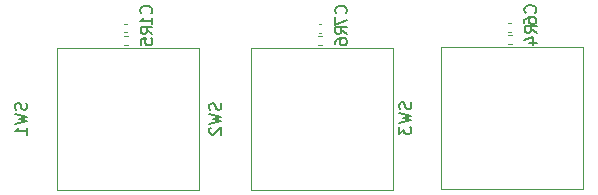
<source format=gbr>
%TF.GenerationSoftware,KiCad,Pcbnew,(6.0.2)*%
%TF.CreationDate,2023-04-03T14:54:34+02:00*%
%TF.ProjectId,IR_lights,49525f6c-6967-4687-9473-2e6b69636164,rev?*%
%TF.SameCoordinates,Original*%
%TF.FileFunction,Legend,Bot*%
%TF.FilePolarity,Positive*%
%FSLAX46Y46*%
G04 Gerber Fmt 4.6, Leading zero omitted, Abs format (unit mm)*
G04 Created by KiCad (PCBNEW (6.0.2)) date 2023-04-03 14:54:34*
%MOMM*%
%LPD*%
G01*
G04 APERTURE LIST*
%ADD10C,0.150000*%
%ADD11C,0.120000*%
G04 APERTURE END LIST*
D10*
%TO.C,C6*%
X177902142Y-93758333D02*
X177949761Y-93710714D01*
X177997380Y-93567857D01*
X177997380Y-93472619D01*
X177949761Y-93329761D01*
X177854523Y-93234523D01*
X177759285Y-93186904D01*
X177568809Y-93139285D01*
X177425952Y-93139285D01*
X177235476Y-93186904D01*
X177140238Y-93234523D01*
X177045000Y-93329761D01*
X176997380Y-93472619D01*
X176997380Y-93567857D01*
X177045000Y-93710714D01*
X177092619Y-93758333D01*
X176997380Y-94615476D02*
X176997380Y-94425000D01*
X177045000Y-94329761D01*
X177092619Y-94282142D01*
X177235476Y-94186904D01*
X177425952Y-94139285D01*
X177806904Y-94139285D01*
X177902142Y-94186904D01*
X177949761Y-94234523D01*
X177997380Y-94329761D01*
X177997380Y-94520238D01*
X177949761Y-94615476D01*
X177902142Y-94663095D01*
X177806904Y-94710714D01*
X177568809Y-94710714D01*
X177473571Y-94663095D01*
X177425952Y-94615476D01*
X177378333Y-94520238D01*
X177378333Y-94329761D01*
X177425952Y-94234523D01*
X177473571Y-94186904D01*
X177568809Y-94139285D01*
%TO.C,C7*%
X161877142Y-93808333D02*
X161924761Y-93760714D01*
X161972380Y-93617857D01*
X161972380Y-93522619D01*
X161924761Y-93379761D01*
X161829523Y-93284523D01*
X161734285Y-93236904D01*
X161543809Y-93189285D01*
X161400952Y-93189285D01*
X161210476Y-93236904D01*
X161115238Y-93284523D01*
X161020000Y-93379761D01*
X160972380Y-93522619D01*
X160972380Y-93617857D01*
X161020000Y-93760714D01*
X161067619Y-93808333D01*
X160972380Y-94141666D02*
X160972380Y-94808333D01*
X161972380Y-94379761D01*
%TO.C,R5*%
X145502380Y-95558333D02*
X145026190Y-95225000D01*
X145502380Y-94986904D02*
X144502380Y-94986904D01*
X144502380Y-95367857D01*
X144550000Y-95463095D01*
X144597619Y-95510714D01*
X144692857Y-95558333D01*
X144835714Y-95558333D01*
X144930952Y-95510714D01*
X144978571Y-95463095D01*
X145026190Y-95367857D01*
X145026190Y-94986904D01*
X144502380Y-96463095D02*
X144502380Y-95986904D01*
X144978571Y-95939285D01*
X144930952Y-95986904D01*
X144883333Y-96082142D01*
X144883333Y-96320238D01*
X144930952Y-96415476D01*
X144978571Y-96463095D01*
X145073809Y-96510714D01*
X145311904Y-96510714D01*
X145407142Y-96463095D01*
X145454761Y-96415476D01*
X145502380Y-96320238D01*
X145502380Y-96082142D01*
X145454761Y-95986904D01*
X145407142Y-95939285D01*
%TO.C,SW1*%
X134829761Y-101416666D02*
X134877380Y-101559523D01*
X134877380Y-101797619D01*
X134829761Y-101892857D01*
X134782142Y-101940476D01*
X134686904Y-101988095D01*
X134591666Y-101988095D01*
X134496428Y-101940476D01*
X134448809Y-101892857D01*
X134401190Y-101797619D01*
X134353571Y-101607142D01*
X134305952Y-101511904D01*
X134258333Y-101464285D01*
X134163095Y-101416666D01*
X134067857Y-101416666D01*
X133972619Y-101464285D01*
X133925000Y-101511904D01*
X133877380Y-101607142D01*
X133877380Y-101845238D01*
X133925000Y-101988095D01*
X133877380Y-102321428D02*
X134877380Y-102559523D01*
X134163095Y-102750000D01*
X134877380Y-102940476D01*
X133877380Y-103178571D01*
X134877380Y-104083333D02*
X134877380Y-103511904D01*
X134877380Y-103797619D02*
X133877380Y-103797619D01*
X134020238Y-103702380D01*
X134115476Y-103607142D01*
X134163095Y-103511904D01*
%TO.C,R4*%
X178022380Y-95483333D02*
X177546190Y-95150000D01*
X178022380Y-94911904D02*
X177022380Y-94911904D01*
X177022380Y-95292857D01*
X177070000Y-95388095D01*
X177117619Y-95435714D01*
X177212857Y-95483333D01*
X177355714Y-95483333D01*
X177450952Y-95435714D01*
X177498571Y-95388095D01*
X177546190Y-95292857D01*
X177546190Y-94911904D01*
X177355714Y-96340476D02*
X178022380Y-96340476D01*
X176974761Y-96102380D02*
X177689047Y-95864285D01*
X177689047Y-96483333D01*
%TO.C,R6*%
X161972380Y-95558333D02*
X161496190Y-95225000D01*
X161972380Y-94986904D02*
X160972380Y-94986904D01*
X160972380Y-95367857D01*
X161020000Y-95463095D01*
X161067619Y-95510714D01*
X161162857Y-95558333D01*
X161305714Y-95558333D01*
X161400952Y-95510714D01*
X161448571Y-95463095D01*
X161496190Y-95367857D01*
X161496190Y-94986904D01*
X160972380Y-96415476D02*
X160972380Y-96225000D01*
X161020000Y-96129761D01*
X161067619Y-96082142D01*
X161210476Y-95986904D01*
X161400952Y-95939285D01*
X161781904Y-95939285D01*
X161877142Y-95986904D01*
X161924761Y-96034523D01*
X161972380Y-96129761D01*
X161972380Y-96320238D01*
X161924761Y-96415476D01*
X161877142Y-96463095D01*
X161781904Y-96510714D01*
X161543809Y-96510714D01*
X161448571Y-96463095D01*
X161400952Y-96415476D01*
X161353333Y-96320238D01*
X161353333Y-96129761D01*
X161400952Y-96034523D01*
X161448571Y-95986904D01*
X161543809Y-95939285D01*
%TO.C,SW3*%
X167354761Y-101366666D02*
X167402380Y-101509523D01*
X167402380Y-101747619D01*
X167354761Y-101842857D01*
X167307142Y-101890476D01*
X167211904Y-101938095D01*
X167116666Y-101938095D01*
X167021428Y-101890476D01*
X166973809Y-101842857D01*
X166926190Y-101747619D01*
X166878571Y-101557142D01*
X166830952Y-101461904D01*
X166783333Y-101414285D01*
X166688095Y-101366666D01*
X166592857Y-101366666D01*
X166497619Y-101414285D01*
X166450000Y-101461904D01*
X166402380Y-101557142D01*
X166402380Y-101795238D01*
X166450000Y-101938095D01*
X166402380Y-102271428D02*
X167402380Y-102509523D01*
X166688095Y-102700000D01*
X167402380Y-102890476D01*
X166402380Y-103128571D01*
X166402380Y-103414285D02*
X166402380Y-104033333D01*
X166783333Y-103700000D01*
X166783333Y-103842857D01*
X166830952Y-103938095D01*
X166878571Y-103985714D01*
X166973809Y-104033333D01*
X167211904Y-104033333D01*
X167307142Y-103985714D01*
X167354761Y-103938095D01*
X167402380Y-103842857D01*
X167402380Y-103557142D01*
X167354761Y-103461904D01*
X167307142Y-103414285D01*
%TO.C,SW2*%
X151279761Y-101416666D02*
X151327380Y-101559523D01*
X151327380Y-101797619D01*
X151279761Y-101892857D01*
X151232142Y-101940476D01*
X151136904Y-101988095D01*
X151041666Y-101988095D01*
X150946428Y-101940476D01*
X150898809Y-101892857D01*
X150851190Y-101797619D01*
X150803571Y-101607142D01*
X150755952Y-101511904D01*
X150708333Y-101464285D01*
X150613095Y-101416666D01*
X150517857Y-101416666D01*
X150422619Y-101464285D01*
X150375000Y-101511904D01*
X150327380Y-101607142D01*
X150327380Y-101845238D01*
X150375000Y-101988095D01*
X150327380Y-102321428D02*
X151327380Y-102559523D01*
X150613095Y-102750000D01*
X151327380Y-102940476D01*
X150327380Y-103178571D01*
X150422619Y-103511904D02*
X150375000Y-103559523D01*
X150327380Y-103654761D01*
X150327380Y-103892857D01*
X150375000Y-103988095D01*
X150422619Y-104035714D01*
X150517857Y-104083333D01*
X150613095Y-104083333D01*
X150755952Y-104035714D01*
X151327380Y-103464285D01*
X151327380Y-104083333D01*
%TO.C,C1*%
X145382142Y-93808333D02*
X145429761Y-93760714D01*
X145477380Y-93617857D01*
X145477380Y-93522619D01*
X145429761Y-93379761D01*
X145334523Y-93284523D01*
X145239285Y-93236904D01*
X145048809Y-93189285D01*
X144905952Y-93189285D01*
X144715476Y-93236904D01*
X144620238Y-93284523D01*
X144525000Y-93379761D01*
X144477380Y-93522619D01*
X144477380Y-93617857D01*
X144525000Y-93760714D01*
X144572619Y-93808333D01*
X145477380Y-94760714D02*
X145477380Y-94189285D01*
X145477380Y-94475000D02*
X144477380Y-94475000D01*
X144620238Y-94379761D01*
X144715476Y-94284523D01*
X144763095Y-94189285D01*
D11*
%TO.C,C6*%
X175642164Y-94665000D02*
X175857836Y-94665000D01*
X175642164Y-95385000D02*
X175857836Y-95385000D01*
%TO.C,C7*%
X159567164Y-94740000D02*
X159782836Y-94740000D01*
X159567164Y-95460000D02*
X159782836Y-95460000D01*
%TO.C,R5*%
X143393641Y-96480000D02*
X143086359Y-96480000D01*
X143393641Y-95720000D02*
X143086359Y-95720000D01*
%TO.C,SW1*%
X137425000Y-96750000D02*
X149425000Y-96750000D01*
X149425000Y-96750000D02*
X149425000Y-108750000D01*
X149425000Y-108750000D02*
X137425000Y-108750000D01*
X137425000Y-108750000D02*
X137425000Y-96750000D01*
%TO.C,R4*%
X175908641Y-95670000D02*
X175601359Y-95670000D01*
X175908641Y-96430000D02*
X175601359Y-96430000D01*
%TO.C,R6*%
X159833641Y-95720000D02*
X159526359Y-95720000D01*
X159833641Y-96480000D02*
X159526359Y-96480000D01*
%TO.C,SW3*%
X169950000Y-96700000D02*
X181950000Y-96700000D01*
X181950000Y-96700000D02*
X181950000Y-108700000D01*
X181950000Y-108700000D02*
X169950000Y-108700000D01*
X169950000Y-108700000D02*
X169950000Y-96700000D01*
%TO.C,SW2*%
X153875000Y-96750000D02*
X165875000Y-96750000D01*
X165875000Y-96750000D02*
X165875000Y-108750000D01*
X165875000Y-108750000D02*
X153875000Y-108750000D01*
X153875000Y-108750000D02*
X153875000Y-96750000D01*
%TO.C,C1*%
X143117164Y-95435000D02*
X143332836Y-95435000D01*
X143117164Y-94715000D02*
X143332836Y-94715000D01*
%TD*%
M02*

</source>
